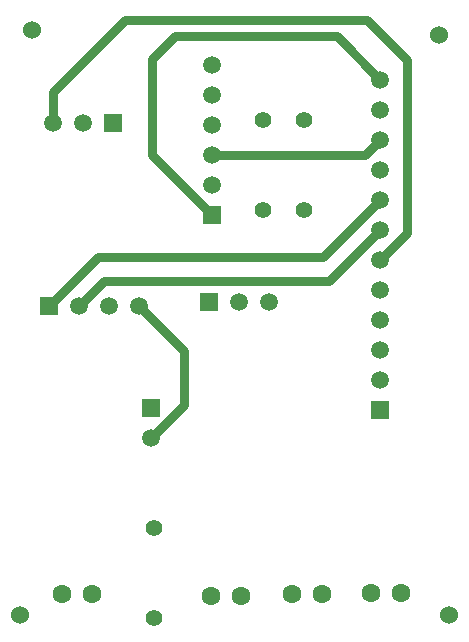
<source format=gtl>
G04 Layer_Physical_Order=1*
G04 Layer_Color=255*
%FSLAX25Y25*%
%MOIN*%
G70*
G01*
G75*
%ADD10C,0.03000*%
%ADD11C,0.06000*%
%ADD12R,0.05905X0.05905*%
%ADD13C,0.05905*%
%ADD14R,0.05905X0.05905*%
%ADD15C,0.05512*%
%ADD16C,0.06299*%
D10*
X123000Y206500D02*
X136500Y193000D01*
X42500Y206500D02*
X123000D01*
X18500Y182500D02*
X42500Y206500D01*
X127500Y126500D02*
X136500Y135500D01*
Y193000D01*
X51000Y67000D02*
X62000Y78000D01*
Y96000D01*
X47000Y111000D02*
X62000Y96000D01*
X113000Y201000D02*
X127500Y186500D01*
X59000Y201000D02*
X113000D01*
X51500Y193500D02*
X59000Y201000D01*
X51500Y161500D02*
Y193500D01*
Y161500D02*
X71500Y141500D01*
X122500Y161500D02*
X127500Y166500D01*
X71500Y161500D02*
X122500D01*
X18500Y172000D02*
Y182500D01*
X108500Y127500D02*
X127500Y146500D01*
X33500Y127500D02*
X108500D01*
X17000Y111000D02*
X33500Y127500D01*
X110500Y119500D02*
X127500Y136500D01*
X35500Y119500D02*
X110500D01*
X27000Y111000D02*
X35500Y119500D01*
D11*
X150500Y8000D02*
D03*
X7500D02*
D03*
X147000Y201500D02*
D03*
X11500Y203000D02*
D03*
D12*
X70500Y112500D02*
D03*
X38500Y172000D02*
D03*
X17000Y111000D02*
D03*
D13*
X80500Y112500D02*
D03*
X90500D02*
D03*
X28500Y172000D02*
D03*
X18500D02*
D03*
X47000Y111000D02*
D03*
X37000D02*
D03*
X27000D02*
D03*
X51000Y67000D02*
D03*
X71500Y151500D02*
D03*
Y161500D02*
D03*
Y171500D02*
D03*
Y181500D02*
D03*
Y191500D02*
D03*
X127500Y186500D02*
D03*
Y176500D02*
D03*
Y166500D02*
D03*
Y156500D02*
D03*
Y146500D02*
D03*
Y136500D02*
D03*
Y126500D02*
D03*
Y116500D02*
D03*
Y106500D02*
D03*
Y96500D02*
D03*
Y86500D02*
D03*
D14*
X51000Y77000D02*
D03*
X71500Y141500D02*
D03*
X127500Y76500D02*
D03*
D15*
X52000Y37000D02*
D03*
Y7000D02*
D03*
X88500Y173000D02*
D03*
Y143000D02*
D03*
X102000D02*
D03*
Y173000D02*
D03*
D16*
X124500Y15500D02*
D03*
X134500D02*
D03*
X98000Y15000D02*
D03*
X108000D02*
D03*
X71000Y14500D02*
D03*
X81000D02*
D03*
X21500Y15000D02*
D03*
X31500D02*
D03*
M02*

</source>
